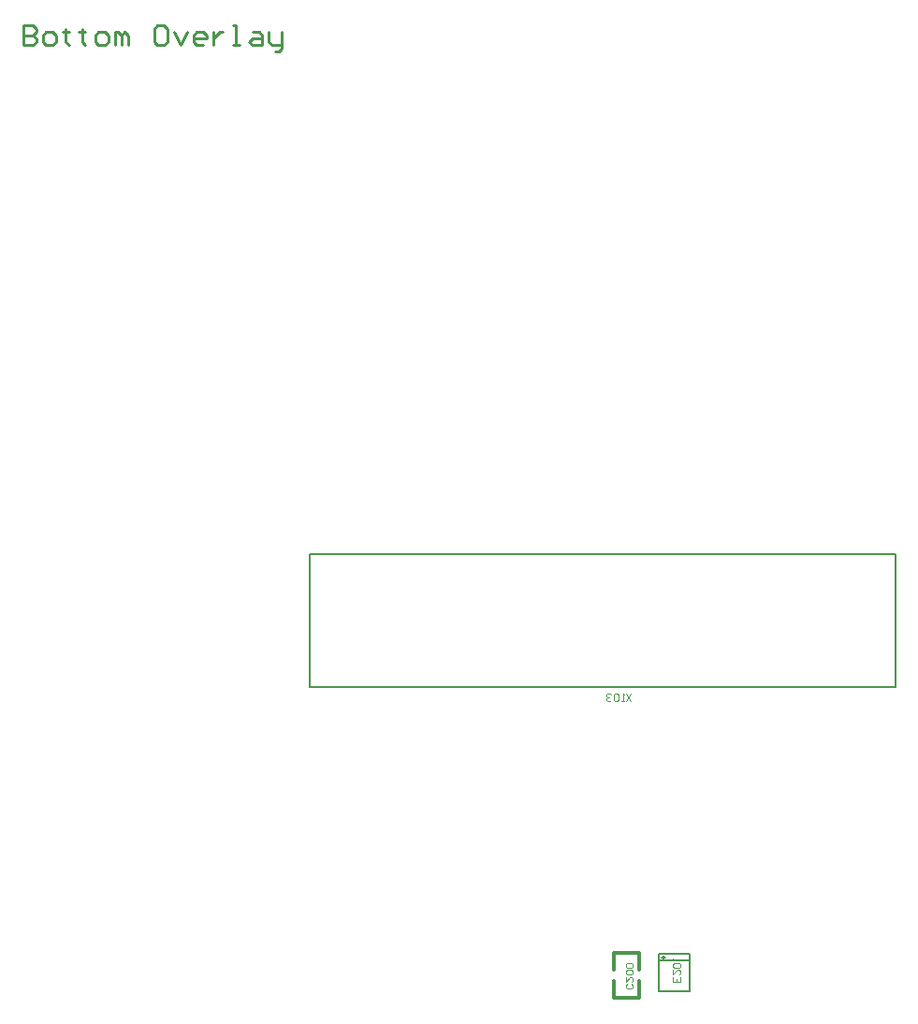
<source format=gbo>
%FSLAX23Y23*%
%MOIN*%
G70*
G01*
G75*
G04 Layer_Color=16751055*
%ADD10C,0.013*%
%ADD11R,0.024X0.080*%
%ADD12O,0.024X0.080*%
%ADD13R,0.039X0.071*%
%ADD14R,0.057X0.035*%
%ADD15R,0.035X0.057*%
%ADD16R,0.036X0.036*%
%ADD17R,0.060X0.052*%
%ADD18O,0.030X0.020*%
%ADD19O,0.030X0.059*%
%ADD20O,0.028X0.059*%
%ADD21R,0.071X0.126*%
%ADD22R,0.036X0.050*%
%ADD23R,0.050X0.036*%
%ADD24R,0.095X0.091*%
%ADD25R,0.071X0.039*%
%ADD26R,0.079X0.079*%
%ADD27R,0.051X0.079*%
%ADD28R,0.052X0.060*%
%ADD29O,0.059X0.028*%
%ADD30O,0.059X0.030*%
%ADD31O,0.020X0.030*%
%ADD32R,0.063X0.071*%
%ADD33O,0.013X0.055*%
%ADD34R,0.013X0.055*%
%ADD35O,0.080X0.024*%
%ADD36R,0.037X0.037*%
%ADD37R,0.033X0.037*%
%ADD38R,0.114X0.095*%
%ADD39O,0.067X0.047*%
%ADD40O,0.031X0.043*%
%ADD41O,0.047X0.067*%
%ADD42O,0.043X0.031*%
%ADD43R,0.060X0.100*%
%ADD44C,0.050*%
%ADD45R,0.060X0.060*%
%ADD46R,0.050X0.060*%
%ADD47R,0.079X0.051*%
%ADD48C,0.016*%
%ADD49C,0.024*%
%ADD50C,0.010*%
%ADD51C,0.032*%
%ADD52C,0.020*%
%ADD53C,0.008*%
%ADD54C,0.080*%
%ADD55C,0.050*%
%ADD56C,0.100*%
%ADD57C,0.040*%
%ADD58C,0.005*%
%ADD59C,0.118*%
%ADD60C,0.150*%
%ADD61C,0.060*%
%ADD62R,0.062X0.062*%
%ADD63C,0.062*%
%ADD64R,0.064X0.064*%
%ADD65C,0.064*%
%ADD66R,0.050X0.040*%
%ADD67R,0.100X0.100*%
%ADD68C,0.100*%
%ADD69C,0.047*%
%ADD70O,0.060X0.079*%
%ADD71R,0.070X0.070*%
%ADD72C,0.070*%
%ADD73C,0.180*%
%ADD74C,0.022*%
%ADD75C,0.016*%
%ADD76C,0.028*%
%ADD77C,0.032*%
%ADD78R,0.071X0.063*%
%ADD79C,0.008*%
%ADD80C,0.010*%
%ADD81C,0.012*%
%ADD82C,0.004*%
D50*
X-390Y5860D02*
Y5790D01*
X-355D01*
X-343Y5802D01*
Y5813D01*
X-355Y5825D01*
X-390D01*
X-355D01*
X-343Y5837D01*
Y5848D01*
X-355Y5860D01*
X-390D01*
X-308Y5790D02*
X-285D01*
X-273Y5802D01*
Y5825D01*
X-285Y5837D01*
X-308D01*
X-320Y5825D01*
Y5802D01*
X-308Y5790D01*
X-238Y5848D02*
Y5837D01*
X-250D01*
X-227D01*
X-238D01*
Y5802D01*
X-227Y5790D01*
X-180Y5848D02*
Y5837D01*
X-192D01*
X-168D01*
X-180D01*
Y5802D01*
X-168Y5790D01*
X-122D02*
X-98D01*
X-87Y5802D01*
Y5825D01*
X-98Y5837D01*
X-122D01*
X-133Y5825D01*
Y5802D01*
X-122Y5790D01*
X-63D02*
Y5837D01*
X-52D01*
X-40Y5825D01*
Y5790D01*
Y5825D01*
X-28Y5837D01*
X-17Y5825D01*
Y5790D01*
X112Y5860D02*
X88D01*
X77Y5848D01*
Y5802D01*
X88Y5790D01*
X112D01*
X123Y5802D01*
Y5848D01*
X112Y5860D01*
X146Y5837D02*
X170Y5790D01*
X193Y5837D01*
X251Y5790D02*
X228D01*
X216Y5802D01*
Y5825D01*
X228Y5837D01*
X251D01*
X263Y5825D01*
Y5813D01*
X216D01*
X286Y5837D02*
Y5790D01*
Y5813D01*
X298Y5825D01*
X310Y5837D01*
X321D01*
X356Y5790D02*
X380D01*
X368D01*
Y5860D01*
X356D01*
X426Y5837D02*
X450D01*
X461Y5825D01*
Y5790D01*
X426D01*
X415Y5802D01*
X426Y5813D01*
X461D01*
X485Y5837D02*
Y5802D01*
X496Y5790D01*
X531D01*
Y5778D01*
X520Y5767D01*
X508D01*
X531Y5790D02*
Y5837D01*
D58*
X1985Y2420D02*
Y2554D01*
X1875Y2420D02*
Y2554D01*
X1890Y2536D02*
Y2548D01*
X1875Y2420D02*
X1985D01*
X1875Y2554D02*
X1985D01*
X1875Y2530D02*
X1985D01*
X1883Y2542D02*
X1897D01*
D79*
X630Y3976D02*
X2717D01*
Y3504D02*
Y3976D01*
X630Y3504D02*
X2717D01*
X630D02*
Y3976D01*
Y3504D02*
Y3976D01*
D81*
X1715Y2557D02*
X1805D01*
X1715Y2397D02*
X1805D01*
X1715Y2497D02*
Y2557D01*
X1805Y2497D02*
Y2557D01*
Y2397D02*
Y2457D01*
X1715Y2397D02*
Y2457D01*
D82*
X1776Y2447D02*
X1780Y2442D01*
Y2434D01*
X1776Y2430D01*
X1760D01*
X1756Y2434D01*
Y2442D01*
X1760Y2447D01*
X1756Y2472D02*
Y2455D01*
X1772Y2472D01*
X1776D01*
X1780Y2467D01*
Y2459D01*
X1776Y2455D01*
Y2480D02*
X1780Y2484D01*
Y2492D01*
X1776Y2497D01*
X1760D01*
X1756Y2492D01*
Y2484D01*
X1760Y2480D01*
X1776D01*
Y2505D02*
X1780Y2509D01*
Y2517D01*
X1776Y2522D01*
X1760D01*
X1756Y2517D01*
Y2509D01*
X1760Y2505D01*
X1776D01*
X1950Y2472D02*
Y2455D01*
X1925D01*
Y2472D01*
X1937Y2455D02*
Y2463D01*
X1925Y2497D02*
Y2480D01*
X1942Y2497D01*
X1946D01*
X1950Y2492D01*
Y2484D01*
X1946Y2480D01*
Y2505D02*
X1950Y2509D01*
Y2517D01*
X1946Y2522D01*
X1929D01*
X1925Y2517D01*
Y2509D01*
X1929Y2505D01*
X1946D01*
X1925Y2530D02*
Y2538D01*
Y2534D01*
X1950D01*
X1946Y2530D01*
X1775Y3480D02*
X1758Y3455D01*
Y3480D02*
X1775Y3455D01*
X1750D02*
X1742D01*
X1746D01*
Y3480D01*
X1750Y3476D01*
X1729D02*
X1725Y3480D01*
X1717D01*
X1713Y3476D01*
Y3459D01*
X1717Y3455D01*
X1725D01*
X1729Y3459D01*
Y3476D01*
X1704D02*
X1700Y3480D01*
X1692D01*
X1688Y3476D01*
Y3472D01*
X1692Y3467D01*
X1696D01*
X1692D01*
X1688Y3463D01*
Y3459D01*
X1692Y3455D01*
X1700D01*
X1704Y3459D01*
M02*

</source>
